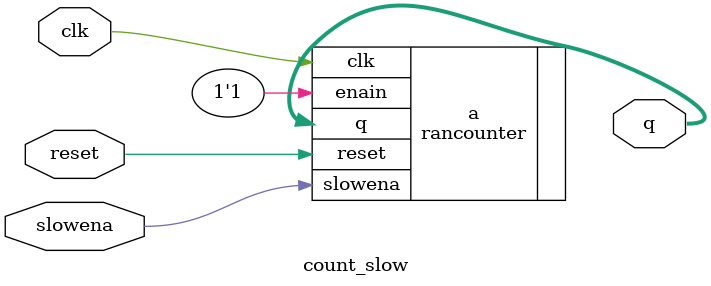
<source format=v>

module count_slow(
    input clk,
    input slowena,
    input reset,
    output reg [3:0] q);

// On the positive edge of the clock:
// if reset is high, reset the output q to 0. 
// Otherwise, only increment the output q if the ena input is high and q is not 9.

rancounter a(.slowena(slowena), .clk(clk), .reset(reset), .enain(1'b1), .q(q));

endmodule

</source>
